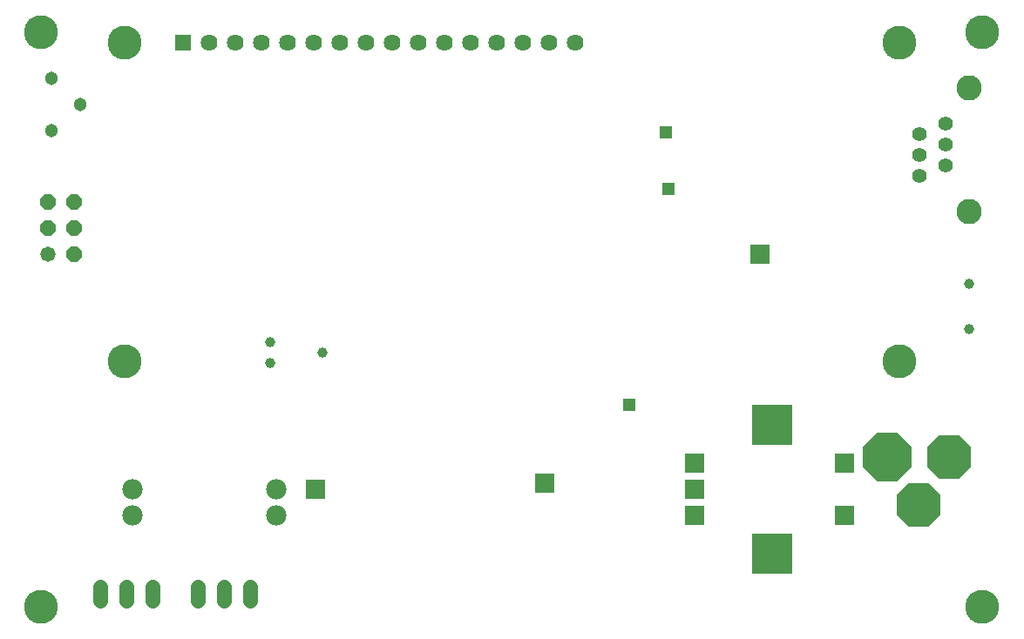
<source format=gts>
G75*
%MOIN*%
%OFA0B0*%
%FSLAX25Y25*%
%IPPOS*%
%LPD*%
%AMOC8*
5,1,8,0,0,1.08239X$1,22.5*
%
%ADD10C,0.12998*%
%ADD11C,0.03900*%
%ADD12C,0.03943*%
%ADD13R,0.15424X0.15424*%
%ADD14R,0.07487X0.07487*%
%ADD15R,0.06400X0.06400*%
%ADD16C,0.06400*%
%ADD17C,0.05518*%
%ADD18C,0.09691*%
%ADD19C,0.05800*%
%ADD20OC8,0.05800*%
%ADD21C,0.05124*%
%ADD22OC8,0.18573*%
%ADD23OC8,0.16998*%
%ADD24C,0.07800*%
%ADD25C,0.05800*%
%ADD26R,0.04534X0.04534*%
%ADD27R,0.05124X0.05124*%
D10*
X0019250Y0019596D03*
X0051219Y0113572D03*
X0051219Y0235619D03*
X0019250Y0239596D03*
X0347281Y0235619D03*
X0379250Y0239596D03*
X0347281Y0113572D03*
X0379250Y0019596D03*
D11*
X0126750Y0117096D03*
X0106750Y0121096D03*
X0106750Y0113096D03*
D12*
X0374250Y0125934D03*
X0374250Y0143257D03*
D13*
X0298778Y0089202D03*
X0298778Y0039989D03*
D14*
X0326337Y0054753D03*
X0326337Y0074438D03*
X0269250Y0074438D03*
X0269250Y0064596D03*
X0269250Y0054753D03*
X0211750Y0067096D03*
X0124250Y0064596D03*
X0294250Y0154596D03*
D15*
X0073266Y0235619D03*
D16*
X0083266Y0235619D03*
X0093266Y0235619D03*
X0103266Y0235619D03*
X0113266Y0235619D03*
X0123266Y0235619D03*
X0133266Y0235619D03*
X0143266Y0235619D03*
X0153266Y0235619D03*
X0163266Y0235619D03*
X0173266Y0235619D03*
X0183266Y0235619D03*
X0193266Y0235619D03*
X0203266Y0235619D03*
X0213266Y0235619D03*
X0223266Y0235619D03*
D17*
X0355195Y0200659D03*
X0365195Y0204596D03*
X0365195Y0196564D03*
X0355195Y0192627D03*
X0365195Y0188533D03*
X0355195Y0184596D03*
D18*
X0374250Y0170974D03*
X0374250Y0218218D03*
D19*
X0021750Y0154596D03*
D20*
X0031750Y0154596D03*
X0031750Y0164596D03*
X0021750Y0164596D03*
X0021750Y0174596D03*
X0031750Y0174596D03*
D21*
X0023030Y0202096D03*
X0034250Y0212096D03*
X0023030Y0222096D03*
D22*
X0342813Y0077096D03*
D23*
X0366435Y0077096D03*
X0354624Y0058592D03*
D24*
X0109250Y0054596D03*
X0109250Y0064596D03*
X0054250Y0064596D03*
X0054250Y0054596D03*
D25*
X0051750Y0027296D02*
X0051750Y0021896D01*
X0041750Y0021896D02*
X0041750Y0027296D01*
X0061750Y0027296D02*
X0061750Y0021896D01*
X0079250Y0021896D02*
X0079250Y0027296D01*
X0089250Y0027296D02*
X0089250Y0021896D01*
X0099250Y0021896D02*
X0099250Y0027296D01*
D26*
X0259250Y0179596D03*
X0257990Y0201312D03*
D27*
X0244250Y0097096D03*
M02*

</source>
